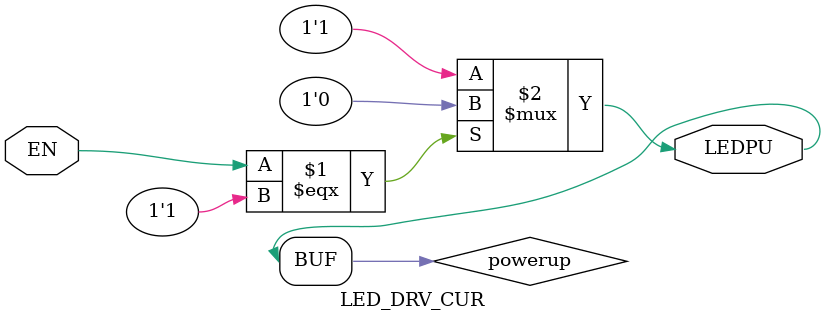
<source format=v>
`timescale 1ps/1ps
module LED_DRV_CUR  ( EN, LEDPU);
input EN;
output LEDPU;

wire powerup;

   assign powerup = (EN === 1'b1) ? 1'b0 : 1'b1; //Constant current source
   buf (LEDPU, powerup) ;

endmodule

</source>
